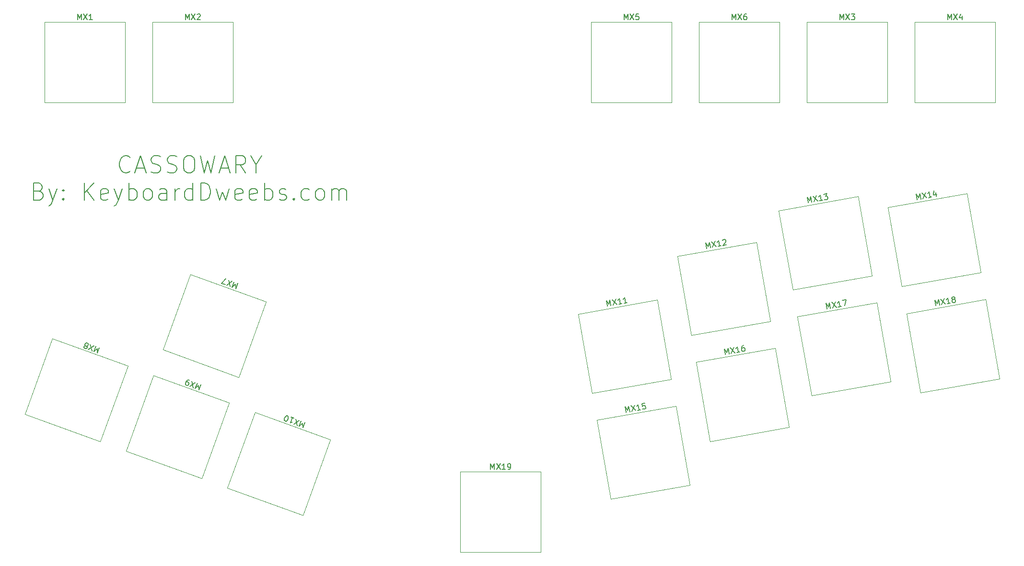
<source format=gbr>
%TF.GenerationSoftware,KiCad,Pcbnew,(6.0.4)*%
%TF.CreationDate,2022-07-04T15:55:19-04:00*%
%TF.ProjectId,cassowary,63617373-6f77-4617-9279-2e6b69636164,rev?*%
%TF.SameCoordinates,Original*%
%TF.FileFunction,Legend,Top*%
%TF.FilePolarity,Positive*%
%FSLAX46Y46*%
G04 Gerber Fmt 4.6, Leading zero omitted, Abs format (unit mm)*
G04 Created by KiCad (PCBNEW (6.0.4)) date 2022-07-04 15:55:19*
%MOMM*%
%LPD*%
G01*
G04 APERTURE LIST*
%ADD10C,0.150000*%
%ADD11C,0.120000*%
G04 APERTURE END LIST*
D10*
X88742571Y-77142428D02*
X88599714Y-77285285D01*
X88171142Y-77428142D01*
X87885428Y-77428142D01*
X87456857Y-77285285D01*
X87171142Y-76999571D01*
X87028285Y-76713857D01*
X86885428Y-76142428D01*
X86885428Y-75713857D01*
X87028285Y-75142428D01*
X87171142Y-74856714D01*
X87456857Y-74571000D01*
X87885428Y-74428142D01*
X88171142Y-74428142D01*
X88599714Y-74571000D01*
X88742571Y-74713857D01*
X89885428Y-76571000D02*
X91314000Y-76571000D01*
X89599714Y-77428142D02*
X90599714Y-74428142D01*
X91599714Y-77428142D01*
X92456857Y-77285285D02*
X92885428Y-77428142D01*
X93599714Y-77428142D01*
X93885428Y-77285285D01*
X94028285Y-77142428D01*
X94171142Y-76856714D01*
X94171142Y-76571000D01*
X94028285Y-76285285D01*
X93885428Y-76142428D01*
X93599714Y-75999571D01*
X93028285Y-75856714D01*
X92742571Y-75713857D01*
X92599714Y-75571000D01*
X92456857Y-75285285D01*
X92456857Y-74999571D01*
X92599714Y-74713857D01*
X92742571Y-74571000D01*
X93028285Y-74428142D01*
X93742571Y-74428142D01*
X94171142Y-74571000D01*
X95314000Y-77285285D02*
X95742571Y-77428142D01*
X96456857Y-77428142D01*
X96742571Y-77285285D01*
X96885428Y-77142428D01*
X97028285Y-76856714D01*
X97028285Y-76571000D01*
X96885428Y-76285285D01*
X96742571Y-76142428D01*
X96456857Y-75999571D01*
X95885428Y-75856714D01*
X95599714Y-75713857D01*
X95456857Y-75571000D01*
X95314000Y-75285285D01*
X95314000Y-74999571D01*
X95456857Y-74713857D01*
X95599714Y-74571000D01*
X95885428Y-74428142D01*
X96599714Y-74428142D01*
X97028285Y-74571000D01*
X98885428Y-74428142D02*
X99456857Y-74428142D01*
X99742571Y-74571000D01*
X100028285Y-74856714D01*
X100171142Y-75428142D01*
X100171142Y-76428142D01*
X100028285Y-76999571D01*
X99742571Y-77285285D01*
X99456857Y-77428142D01*
X98885428Y-77428142D01*
X98599714Y-77285285D01*
X98314000Y-76999571D01*
X98171142Y-76428142D01*
X98171142Y-75428142D01*
X98314000Y-74856714D01*
X98599714Y-74571000D01*
X98885428Y-74428142D01*
X101171142Y-74428142D02*
X101885428Y-77428142D01*
X102456857Y-75285285D01*
X103028285Y-77428142D01*
X103742571Y-74428142D01*
X104742571Y-76571000D02*
X106171142Y-76571000D01*
X104456857Y-77428142D02*
X105456857Y-74428142D01*
X106456857Y-77428142D01*
X109171142Y-77428142D02*
X108171142Y-75999571D01*
X107456857Y-77428142D02*
X107456857Y-74428142D01*
X108599714Y-74428142D01*
X108885428Y-74571000D01*
X109028285Y-74713857D01*
X109171142Y-74999571D01*
X109171142Y-75428142D01*
X109028285Y-75713857D01*
X108885428Y-75856714D01*
X108599714Y-75999571D01*
X107456857Y-75999571D01*
X111028285Y-75999571D02*
X111028285Y-77428142D01*
X110028285Y-74428142D02*
X111028285Y-75999571D01*
X112028285Y-74428142D01*
X72671142Y-80686714D02*
X73099714Y-80829571D01*
X73242571Y-80972428D01*
X73385428Y-81258142D01*
X73385428Y-81686714D01*
X73242571Y-81972428D01*
X73099714Y-82115285D01*
X72813999Y-82258142D01*
X71671142Y-82258142D01*
X71671142Y-79258142D01*
X72671142Y-79258142D01*
X72956857Y-79401000D01*
X73099714Y-79543857D01*
X73242571Y-79829571D01*
X73242571Y-80115285D01*
X73099714Y-80401000D01*
X72956857Y-80543857D01*
X72671142Y-80686714D01*
X71671142Y-80686714D01*
X74385428Y-80258142D02*
X75099714Y-82258142D01*
X75813999Y-80258142D02*
X75099714Y-82258142D01*
X74813999Y-82972428D01*
X74671142Y-83115285D01*
X74385428Y-83258142D01*
X76956857Y-81972428D02*
X77099714Y-82115285D01*
X76956857Y-82258142D01*
X76813999Y-82115285D01*
X76956857Y-81972428D01*
X76956857Y-82258142D01*
X76956857Y-80401000D02*
X77099714Y-80543857D01*
X76956857Y-80686714D01*
X76813999Y-80543857D01*
X76956857Y-80401000D01*
X76956857Y-80686714D01*
X80671142Y-82258142D02*
X80671142Y-79258142D01*
X82385428Y-82258142D02*
X81099714Y-80543857D01*
X82385428Y-79258142D02*
X80671142Y-80972428D01*
X84814000Y-82115285D02*
X84528285Y-82258142D01*
X83956857Y-82258142D01*
X83671142Y-82115285D01*
X83528285Y-81829571D01*
X83528285Y-80686714D01*
X83671142Y-80401000D01*
X83956857Y-80258142D01*
X84528285Y-80258142D01*
X84814000Y-80401000D01*
X84956857Y-80686714D01*
X84956857Y-80972428D01*
X83528285Y-81258142D01*
X85956857Y-80258142D02*
X86671142Y-82258142D01*
X87385428Y-80258142D02*
X86671142Y-82258142D01*
X86385428Y-82972428D01*
X86242571Y-83115285D01*
X85956857Y-83258142D01*
X88528285Y-82258142D02*
X88528285Y-79258142D01*
X88528285Y-80401000D02*
X88814000Y-80258142D01*
X89385428Y-80258142D01*
X89671142Y-80401000D01*
X89814000Y-80543857D01*
X89956857Y-80829571D01*
X89956857Y-81686714D01*
X89814000Y-81972428D01*
X89671142Y-82115285D01*
X89385428Y-82258142D01*
X88814000Y-82258142D01*
X88528285Y-82115285D01*
X91671142Y-82258142D02*
X91385428Y-82115285D01*
X91242571Y-81972428D01*
X91099714Y-81686714D01*
X91099714Y-80829571D01*
X91242571Y-80543857D01*
X91385428Y-80401000D01*
X91671142Y-80258142D01*
X92099714Y-80258142D01*
X92385428Y-80401000D01*
X92528285Y-80543857D01*
X92671142Y-80829571D01*
X92671142Y-81686714D01*
X92528285Y-81972428D01*
X92385428Y-82115285D01*
X92099714Y-82258142D01*
X91671142Y-82258142D01*
X95242571Y-82258142D02*
X95242571Y-80686714D01*
X95099714Y-80401000D01*
X94813999Y-80258142D01*
X94242571Y-80258142D01*
X93956857Y-80401000D01*
X95242571Y-82115285D02*
X94956857Y-82258142D01*
X94242571Y-82258142D01*
X93956857Y-82115285D01*
X93813999Y-81829571D01*
X93813999Y-81543857D01*
X93956857Y-81258142D01*
X94242571Y-81115285D01*
X94956857Y-81115285D01*
X95242571Y-80972428D01*
X96671142Y-82258142D02*
X96671142Y-80258142D01*
X96671142Y-80829571D02*
X96813999Y-80543857D01*
X96956857Y-80401000D01*
X97242571Y-80258142D01*
X97528285Y-80258142D01*
X99813999Y-82258142D02*
X99813999Y-79258142D01*
X99813999Y-82115285D02*
X99528285Y-82258142D01*
X98956857Y-82258142D01*
X98671142Y-82115285D01*
X98528285Y-81972428D01*
X98385428Y-81686714D01*
X98385428Y-80829571D01*
X98528285Y-80543857D01*
X98671142Y-80401000D01*
X98956857Y-80258142D01*
X99528285Y-80258142D01*
X99813999Y-80401000D01*
X101242571Y-82258142D02*
X101242571Y-79258142D01*
X101956857Y-79258142D01*
X102385428Y-79401000D01*
X102671142Y-79686714D01*
X102813999Y-79972428D01*
X102956857Y-80543857D01*
X102956857Y-80972428D01*
X102813999Y-81543857D01*
X102671142Y-81829571D01*
X102385428Y-82115285D01*
X101956857Y-82258142D01*
X101242571Y-82258142D01*
X103956857Y-80258142D02*
X104528285Y-82258142D01*
X105099714Y-80829571D01*
X105671142Y-82258142D01*
X106242571Y-80258142D01*
X108528285Y-82115285D02*
X108242571Y-82258142D01*
X107671142Y-82258142D01*
X107385428Y-82115285D01*
X107242571Y-81829571D01*
X107242571Y-80686714D01*
X107385428Y-80401000D01*
X107671142Y-80258142D01*
X108242571Y-80258142D01*
X108528285Y-80401000D01*
X108671142Y-80686714D01*
X108671142Y-80972428D01*
X107242571Y-81258142D01*
X111099714Y-82115285D02*
X110814000Y-82258142D01*
X110242571Y-82258142D01*
X109956857Y-82115285D01*
X109814000Y-81829571D01*
X109814000Y-80686714D01*
X109956857Y-80401000D01*
X110242571Y-80258142D01*
X110814000Y-80258142D01*
X111099714Y-80401000D01*
X111242571Y-80686714D01*
X111242571Y-80972428D01*
X109814000Y-81258142D01*
X112528285Y-82258142D02*
X112528285Y-79258142D01*
X112528285Y-80401000D02*
X112814000Y-80258142D01*
X113385428Y-80258142D01*
X113671142Y-80401000D01*
X113814000Y-80543857D01*
X113956857Y-80829571D01*
X113956857Y-81686714D01*
X113814000Y-81972428D01*
X113671142Y-82115285D01*
X113385428Y-82258142D01*
X112814000Y-82258142D01*
X112528285Y-82115285D01*
X115099714Y-82115285D02*
X115385428Y-82258142D01*
X115956857Y-82258142D01*
X116242571Y-82115285D01*
X116385428Y-81829571D01*
X116385428Y-81686714D01*
X116242571Y-81401000D01*
X115956857Y-81258142D01*
X115528285Y-81258142D01*
X115242571Y-81115285D01*
X115099714Y-80829571D01*
X115099714Y-80686714D01*
X115242571Y-80401000D01*
X115528285Y-80258142D01*
X115956857Y-80258142D01*
X116242571Y-80401000D01*
X117671142Y-81972428D02*
X117814000Y-82115285D01*
X117671142Y-82258142D01*
X117528285Y-82115285D01*
X117671142Y-81972428D01*
X117671142Y-82258142D01*
X120385428Y-82115285D02*
X120099714Y-82258142D01*
X119528285Y-82258142D01*
X119242571Y-82115285D01*
X119099714Y-81972428D01*
X118956857Y-81686714D01*
X118956857Y-80829571D01*
X119099714Y-80543857D01*
X119242571Y-80401000D01*
X119528285Y-80258142D01*
X120099714Y-80258142D01*
X120385428Y-80401000D01*
X122099714Y-82258142D02*
X121814000Y-82115285D01*
X121671142Y-81972428D01*
X121528285Y-81686714D01*
X121528285Y-80829571D01*
X121671142Y-80543857D01*
X121814000Y-80401000D01*
X122099714Y-80258142D01*
X122528285Y-80258142D01*
X122814000Y-80401000D01*
X122956857Y-80543857D01*
X123099714Y-80829571D01*
X123099714Y-81686714D01*
X122956857Y-81972428D01*
X122814000Y-82115285D01*
X122528285Y-82258142D01*
X122099714Y-82258142D01*
X124385428Y-82258142D02*
X124385428Y-80258142D01*
X124385428Y-80543857D02*
X124528285Y-80401000D01*
X124814000Y-80258142D01*
X125242571Y-80258142D01*
X125528285Y-80401000D01*
X125671142Y-80686714D01*
X125671142Y-82258142D01*
X125671142Y-80686714D02*
X125814000Y-80401000D01*
X126099714Y-80258142D01*
X126528285Y-80258142D01*
X126814000Y-80401000D01*
X126956857Y-80686714D01*
X126956857Y-82258142D01*
%TO.C,MX19*%
X152416095Y-129866380D02*
X152416095Y-128866380D01*
X152749428Y-129580666D01*
X153082761Y-128866380D01*
X153082761Y-129866380D01*
X153463714Y-128866380D02*
X154130380Y-129866380D01*
X154130380Y-128866380D02*
X153463714Y-129866380D01*
X155035142Y-129866380D02*
X154463714Y-129866380D01*
X154749428Y-129866380D02*
X154749428Y-128866380D01*
X154654190Y-129009238D01*
X154558952Y-129104476D01*
X154463714Y-129152095D01*
X155511333Y-129866380D02*
X155701809Y-129866380D01*
X155797047Y-129818761D01*
X155844666Y-129771142D01*
X155939904Y-129628285D01*
X155987523Y-129437809D01*
X155987523Y-129056857D01*
X155939904Y-128961619D01*
X155892285Y-128914000D01*
X155797047Y-128866380D01*
X155606571Y-128866380D01*
X155511333Y-128914000D01*
X155463714Y-128961619D01*
X155416095Y-129056857D01*
X155416095Y-129294952D01*
X155463714Y-129390190D01*
X155511333Y-129437809D01*
X155606571Y-129485428D01*
X155797047Y-129485428D01*
X155892285Y-129437809D01*
X155939904Y-129390190D01*
X155987523Y-129294952D01*
%TO.C,MX3*%
X214106285Y-50364380D02*
X214106285Y-49364380D01*
X214439619Y-50078666D01*
X214772952Y-49364380D01*
X214772952Y-50364380D01*
X215153904Y-49364380D02*
X215820571Y-50364380D01*
X215820571Y-49364380D02*
X215153904Y-50364380D01*
X216106285Y-49364380D02*
X216725333Y-49364380D01*
X216392000Y-49745333D01*
X216534857Y-49745333D01*
X216630095Y-49792952D01*
X216677714Y-49840571D01*
X216725333Y-49935809D01*
X216725333Y-50173904D01*
X216677714Y-50269142D01*
X216630095Y-50316761D01*
X216534857Y-50364380D01*
X216249142Y-50364380D01*
X216153904Y-50316761D01*
X216106285Y-50269142D01*
%TO.C,MX7*%
X107763688Y-96957528D02*
X107421668Y-97897220D01*
X107352737Y-97112005D01*
X106795206Y-97669207D01*
X107137226Y-96729514D01*
X106437228Y-97538913D02*
X106152786Y-96371207D01*
X105810766Y-97310900D02*
X106779248Y-96599221D01*
X105542283Y-97213180D02*
X104915821Y-96985167D01*
X105660567Y-96192054D01*
%TO.C,MX9*%
X101248204Y-114858672D02*
X100906184Y-115798364D01*
X100837253Y-115013149D01*
X100279722Y-115570351D01*
X100621742Y-114630658D01*
X99921744Y-115440057D02*
X99637302Y-114272351D01*
X99295282Y-115212044D02*
X100263764Y-114500365D01*
X99234577Y-114125771D02*
X99055588Y-114060625D01*
X98949807Y-114072799D01*
X98888773Y-114101259D01*
X98750418Y-114202928D01*
X98640524Y-114365630D01*
X98510231Y-114723608D01*
X98522405Y-114829389D01*
X98550865Y-114890423D01*
X98624073Y-114967744D01*
X98803062Y-115032891D01*
X98908844Y-115020717D01*
X98969878Y-114992256D01*
X99047198Y-114919048D01*
X99128632Y-114695312D01*
X99116458Y-114589531D01*
X99087997Y-114528497D01*
X99014789Y-114451176D01*
X98835800Y-114386029D01*
X98730019Y-114398203D01*
X98668985Y-114426664D01*
X98591664Y-114499872D01*
%TO.C,MX16*%
X193878121Y-109554547D02*
X193704473Y-108569740D01*
X194156777Y-109215291D01*
X194361011Y-108453974D01*
X194534660Y-109438782D01*
X194736176Y-108387822D02*
X195566363Y-109256865D01*
X195392715Y-108272057D02*
X194909825Y-109372630D01*
X196457380Y-109099754D02*
X195894632Y-109198982D01*
X196176006Y-109149368D02*
X196002358Y-108164560D01*
X195933373Y-108321785D01*
X195856120Y-108432114D01*
X195770598Y-108495548D01*
X197127852Y-107966105D02*
X196940270Y-107999181D01*
X196854748Y-108062615D01*
X196816121Y-108117779D01*
X196747137Y-108275004D01*
X196733317Y-108470855D01*
X196799469Y-108846020D01*
X196862902Y-108931543D01*
X196918067Y-108970169D01*
X197020127Y-109000527D01*
X197207709Y-108967451D01*
X197293232Y-108904018D01*
X197331858Y-108848853D01*
X197362216Y-108746793D01*
X197320871Y-108512315D01*
X197257438Y-108426793D01*
X197202273Y-108388166D01*
X197100213Y-108357808D01*
X196912630Y-108390884D01*
X196827108Y-108454318D01*
X196788481Y-108509482D01*
X196758124Y-108611542D01*
%TO.C,MX8*%
X83347060Y-108343188D02*
X83005040Y-109282880D01*
X82936109Y-108497665D01*
X82378578Y-109054867D01*
X82720598Y-108115174D01*
X82020600Y-108924573D02*
X81736158Y-107756867D01*
X81394138Y-108696560D02*
X82362620Y-107984881D01*
X81048498Y-108114681D02*
X81121706Y-108192002D01*
X81150167Y-108253036D01*
X81162341Y-108358817D01*
X81146054Y-108403564D01*
X81068734Y-108476772D01*
X81007700Y-108505233D01*
X80901918Y-108517407D01*
X80722929Y-108452260D01*
X80649721Y-108374939D01*
X80621261Y-108313905D01*
X80609087Y-108208124D01*
X80625374Y-108163377D01*
X80702694Y-108090169D01*
X80763728Y-108061708D01*
X80869509Y-108049535D01*
X81048498Y-108114681D01*
X81154280Y-108102507D01*
X81215314Y-108074047D01*
X81292634Y-108000839D01*
X81357781Y-107821850D01*
X81345607Y-107716069D01*
X81317146Y-107655035D01*
X81243939Y-107577714D01*
X81064949Y-107512567D01*
X80959168Y-107524741D01*
X80898134Y-107553202D01*
X80820814Y-107626410D01*
X80755667Y-107805399D01*
X80767841Y-107911180D01*
X80796302Y-107972214D01*
X80869509Y-108049535D01*
%TO.C,MX17*%
X211800682Y-101493867D02*
X211627034Y-100509060D01*
X212079338Y-101154611D01*
X212283572Y-100393294D01*
X212457221Y-101378102D01*
X212658737Y-100327142D02*
X213488924Y-101196185D01*
X213315276Y-100211377D02*
X212832386Y-101311950D01*
X214379941Y-101039074D02*
X213817193Y-101138302D01*
X214098567Y-101088688D02*
X213924919Y-100103880D01*
X213855934Y-100261105D01*
X213778681Y-100371434D01*
X213693159Y-100434868D01*
X214534562Y-99996384D02*
X215191100Y-99880619D01*
X214942688Y-100939847D01*
%TO.C,MX5*%
X176006285Y-50364380D02*
X176006285Y-49364380D01*
X176339619Y-50078666D01*
X176672952Y-49364380D01*
X176672952Y-50364380D01*
X177053904Y-49364380D02*
X177720571Y-50364380D01*
X177720571Y-49364380D02*
X177053904Y-50364380D01*
X178577714Y-49364380D02*
X178101523Y-49364380D01*
X178053904Y-49840571D01*
X178101523Y-49792952D01*
X178196761Y-49745333D01*
X178434857Y-49745333D01*
X178530095Y-49792952D01*
X178577714Y-49840571D01*
X178625333Y-49935809D01*
X178625333Y-50173904D01*
X178577714Y-50269142D01*
X178530095Y-50316761D01*
X178434857Y-50364380D01*
X178196761Y-50364380D01*
X178101523Y-50316761D01*
X178053904Y-50269142D01*
%TO.C,MX10*%
X119596822Y-121537022D02*
X119254802Y-122476715D01*
X119185871Y-121691499D01*
X118628340Y-122248702D01*
X118970360Y-121309009D01*
X118270362Y-122118408D02*
X117985920Y-120950702D01*
X117643900Y-121890395D02*
X118612382Y-121178716D01*
X117135722Y-120641255D02*
X117672689Y-120836695D01*
X117404206Y-120738975D02*
X117062186Y-121678668D01*
X117200540Y-121577000D01*
X117322608Y-121520078D01*
X117428389Y-121507904D01*
X116211987Y-121369221D02*
X116122493Y-121336648D01*
X116049285Y-121259327D01*
X116020824Y-121198293D01*
X116008651Y-121092512D01*
X116029050Y-120897236D01*
X116110483Y-120673500D01*
X116220377Y-120510798D01*
X116297698Y-120437590D01*
X116358732Y-120409129D01*
X116464513Y-120396955D01*
X116554008Y-120429529D01*
X116627215Y-120506849D01*
X116655676Y-120567883D01*
X116667850Y-120673664D01*
X116647451Y-120868940D01*
X116566017Y-121092676D01*
X116456123Y-121255379D01*
X116378803Y-121328587D01*
X116317769Y-121357047D01*
X116211987Y-121369221D01*
%TO.C,MX14*%
X227738445Y-82176834D02*
X227564797Y-81192027D01*
X228017101Y-81837578D01*
X228221335Y-81076261D01*
X228394984Y-82061069D01*
X228596500Y-81010109D02*
X229426687Y-81879152D01*
X229253039Y-80894344D02*
X228770149Y-81994917D01*
X230317704Y-81722041D02*
X229754956Y-81821269D01*
X230036330Y-81771655D02*
X229862682Y-80786847D01*
X229793697Y-80944072D01*
X229716444Y-81054401D01*
X229630922Y-81117835D01*
X231046059Y-80916662D02*
X231161824Y-81573200D01*
X230745429Y-80582842D02*
X230634986Y-81327621D01*
X231244629Y-81220124D01*
%TO.C,MX15*%
X176336264Y-119774316D02*
X176162616Y-118789509D01*
X176614920Y-119435060D01*
X176819154Y-118673743D01*
X176992803Y-119658551D01*
X177194319Y-118607591D02*
X178024506Y-119476634D01*
X177850858Y-118491826D02*
X177367968Y-119592399D01*
X178915523Y-119319523D02*
X178352775Y-119418751D01*
X178634149Y-119369137D02*
X178460501Y-118384329D01*
X178391516Y-118541554D01*
X178314263Y-118651883D01*
X178228741Y-118715317D01*
X179632891Y-118177605D02*
X179163935Y-118260295D01*
X179199729Y-118737520D01*
X179238355Y-118682356D01*
X179323878Y-118618922D01*
X179558356Y-118577577D01*
X179660416Y-118607935D01*
X179715581Y-118646562D01*
X179779014Y-118732084D01*
X179820359Y-118966562D01*
X179790001Y-119068622D01*
X179751375Y-119123787D01*
X179665852Y-119187220D01*
X179431374Y-119228565D01*
X179329314Y-119198207D01*
X179274149Y-119159581D01*
%TO.C,MX4*%
X233156285Y-50364380D02*
X233156285Y-49364380D01*
X233489619Y-50078666D01*
X233822952Y-49364380D01*
X233822952Y-50364380D01*
X234203904Y-49364380D02*
X234870571Y-50364380D01*
X234870571Y-49364380D02*
X234203904Y-50364380D01*
X235680095Y-49697714D02*
X235680095Y-50364380D01*
X235442000Y-49316761D02*
X235203904Y-50031047D01*
X235822952Y-50031047D01*
%TO.C,MX12*%
X190570123Y-90793959D02*
X190396475Y-89809152D01*
X190848779Y-90454703D01*
X191053013Y-89693386D01*
X191226662Y-90678194D01*
X191428178Y-89627234D02*
X192258365Y-90496277D01*
X192084717Y-89511469D02*
X191601827Y-90612042D01*
X193149382Y-90339166D02*
X192586634Y-90438394D01*
X192868008Y-90388780D02*
X192694360Y-89403972D01*
X192625375Y-89561197D01*
X192548122Y-89671526D01*
X192462600Y-89734960D01*
X193367436Y-89381998D02*
X193406063Y-89326834D01*
X193491585Y-89263400D01*
X193726063Y-89222055D01*
X193828123Y-89252413D01*
X193883288Y-89291040D01*
X193946721Y-89376562D01*
X193963259Y-89470353D01*
X193941171Y-89619309D01*
X193477651Y-90281284D01*
X194087294Y-90173787D01*
%TO.C,MX6*%
X195056285Y-50364380D02*
X195056285Y-49364380D01*
X195389619Y-50078666D01*
X195722952Y-49364380D01*
X195722952Y-50364380D01*
X196103904Y-49364380D02*
X196770571Y-50364380D01*
X196770571Y-49364380D02*
X196103904Y-50364380D01*
X197580095Y-49364380D02*
X197389619Y-49364380D01*
X197294380Y-49412000D01*
X197246761Y-49459619D01*
X197151523Y-49602476D01*
X197103904Y-49792952D01*
X197103904Y-50173904D01*
X197151523Y-50269142D01*
X197199142Y-50316761D01*
X197294380Y-50364380D01*
X197484857Y-50364380D01*
X197580095Y-50316761D01*
X197627714Y-50269142D01*
X197675333Y-50173904D01*
X197675333Y-49935809D01*
X197627714Y-49840571D01*
X197580095Y-49792952D01*
X197484857Y-49745333D01*
X197294380Y-49745333D01*
X197199142Y-49792952D01*
X197151523Y-49840571D01*
X197103904Y-49935809D01*
%TO.C,MX2*%
X98536285Y-50364380D02*
X98536285Y-49364380D01*
X98869619Y-50078666D01*
X99202952Y-49364380D01*
X99202952Y-50364380D01*
X99583904Y-49364380D02*
X100250571Y-50364380D01*
X100250571Y-49364380D02*
X99583904Y-50364380D01*
X100583904Y-49459619D02*
X100631523Y-49412000D01*
X100726761Y-49364380D01*
X100964857Y-49364380D01*
X101060095Y-49412000D01*
X101107714Y-49459619D01*
X101155333Y-49554857D01*
X101155333Y-49650095D01*
X101107714Y-49792952D01*
X100536285Y-50364380D01*
X101155333Y-50364380D01*
%TO.C,MX1*%
X79486285Y-50364380D02*
X79486285Y-49364380D01*
X79819619Y-50078666D01*
X80152952Y-49364380D01*
X80152952Y-50364380D01*
X80533904Y-49364380D02*
X81200571Y-50364380D01*
X81200571Y-49364380D02*
X80533904Y-50364380D01*
X82105333Y-50364380D02*
X81533904Y-50364380D01*
X81819619Y-50364380D02*
X81819619Y-49364380D01*
X81724380Y-49507238D01*
X81629142Y-49602476D01*
X81533904Y-49650095D01*
%TO.C,MX13*%
X208492684Y-82733279D02*
X208319036Y-81748472D01*
X208771340Y-82394023D01*
X208975574Y-81632706D01*
X209149223Y-82617514D01*
X209350739Y-81566554D02*
X210180926Y-82435597D01*
X210007278Y-81450789D02*
X209524388Y-82551362D01*
X211071943Y-82278486D02*
X210509195Y-82377714D01*
X210790569Y-82328100D02*
X210616921Y-81343292D01*
X210547936Y-81500517D01*
X210470683Y-81610846D01*
X210385161Y-81674280D01*
X211226564Y-81235796D02*
X211836207Y-81128300D01*
X211574089Y-81561347D01*
X211714776Y-81536540D01*
X211816836Y-81566898D01*
X211872001Y-81605525D01*
X211935434Y-81691047D01*
X211976779Y-81925525D01*
X211946421Y-82027585D01*
X211907795Y-82082750D01*
X211822272Y-82146183D01*
X211540899Y-82195797D01*
X211438838Y-82165439D01*
X211383674Y-82126813D01*
%TO.C,MX11*%
X173028267Y-101013728D02*
X172854619Y-100028921D01*
X173306923Y-100674472D01*
X173511157Y-99913155D01*
X173684806Y-100897963D01*
X173886322Y-99847003D02*
X174716509Y-100716046D01*
X174542861Y-99731238D02*
X174059971Y-100831811D01*
X175607526Y-100558935D02*
X175044778Y-100658163D01*
X175326152Y-100608549D02*
X175152504Y-99623741D01*
X175083519Y-99780966D01*
X175006266Y-99891295D01*
X174920744Y-99954729D01*
X176545438Y-100393556D02*
X175982690Y-100492784D01*
X176264064Y-100443170D02*
X176090416Y-99458362D01*
X176021432Y-99615587D01*
X175944178Y-99725916D01*
X175858656Y-99789350D01*
%TO.C,MX18*%
X231046443Y-100937423D02*
X230872795Y-99952616D01*
X231325099Y-100598167D01*
X231529333Y-99836850D01*
X231702982Y-100821658D01*
X231904498Y-99770698D02*
X232734685Y-100639741D01*
X232561037Y-99654933D02*
X232078147Y-100755506D01*
X233625702Y-100482630D02*
X233062954Y-100581858D01*
X233344328Y-100532244D02*
X233170680Y-99547436D01*
X233101695Y-99704661D01*
X233024442Y-99814990D01*
X232938920Y-99878424D01*
X234089221Y-99820656D02*
X233987161Y-99790298D01*
X233931997Y-99751671D01*
X233868563Y-99666149D01*
X233860294Y-99619253D01*
X233890652Y-99517193D01*
X233929278Y-99462029D01*
X234014801Y-99398595D01*
X234202383Y-99365519D01*
X234304443Y-99395877D01*
X234359608Y-99434504D01*
X234423041Y-99520026D01*
X234431310Y-99566922D01*
X234400953Y-99668982D01*
X234362326Y-99724146D01*
X234276804Y-99787580D01*
X234089221Y-99820656D01*
X234003699Y-99884089D01*
X233965072Y-99939254D01*
X233934715Y-100041314D01*
X233967791Y-100228896D01*
X234031224Y-100314419D01*
X234086389Y-100353045D01*
X234188449Y-100383403D01*
X234376031Y-100350327D01*
X234461554Y-100286894D01*
X234500180Y-100231729D01*
X234530538Y-100129669D01*
X234497462Y-99942086D01*
X234434028Y-99856564D01*
X234378864Y-99817937D01*
X234276804Y-99787580D01*
D11*
%TO.C,MX19*%
X147078000Y-130314000D02*
X147078000Y-144514000D01*
X147078000Y-144514000D02*
X161278000Y-144514000D01*
X161278000Y-144514000D02*
X161278000Y-130314000D01*
X161278000Y-130314000D02*
X147078000Y-130314000D01*
%TO.C,MX3*%
X222492000Y-65012000D02*
X222492000Y-50812000D01*
X222492000Y-50812000D02*
X208292000Y-50812000D01*
X208292000Y-65012000D02*
X222492000Y-65012000D01*
X208292000Y-50812000D02*
X208292000Y-65012000D01*
%TO.C,MX7*%
X112764789Y-100216953D02*
X99421153Y-95360267D01*
X94564467Y-108703903D02*
X107908103Y-113560589D01*
X107908103Y-113560589D02*
X112764789Y-100216953D01*
X99421153Y-95360267D02*
X94564467Y-108703903D01*
%TO.C,MX9*%
X88048983Y-126605047D02*
X101392619Y-131461733D01*
X92905669Y-113261411D02*
X88048983Y-126605047D01*
X101392619Y-131461733D02*
X106249305Y-118118097D01*
X106249305Y-118118097D02*
X92905669Y-113261411D01*
%TO.C,MX16*%
X191164656Y-124906587D02*
X205148926Y-122440783D01*
X205148926Y-122440783D02*
X202683122Y-108456513D01*
X202683122Y-108456513D02*
X188698852Y-110922317D01*
X188698852Y-110922317D02*
X191164656Y-124906587D01*
%TO.C,MX8*%
X75004525Y-106745927D02*
X70147839Y-120089563D01*
X88348161Y-111602613D02*
X75004525Y-106745927D01*
X70147839Y-120089563D02*
X83491475Y-124946249D01*
X83491475Y-124946249D02*
X88348161Y-111602613D01*
%TO.C,MX17*%
X206621413Y-102861637D02*
X209087217Y-116845907D01*
X223071487Y-114380103D02*
X220605683Y-100395833D01*
X209087217Y-116845907D02*
X223071487Y-114380103D01*
X220605683Y-100395833D02*
X206621413Y-102861637D01*
%TO.C,MX5*%
X170192000Y-65012000D02*
X184392000Y-65012000D01*
X170192000Y-50812000D02*
X170192000Y-65012000D01*
X184392000Y-65012000D02*
X184392000Y-50812000D01*
X184392000Y-50812000D02*
X170192000Y-50812000D01*
%TO.C,MX10*%
X110806814Y-119776895D02*
X105950128Y-133120531D01*
X119293764Y-137977217D02*
X124150450Y-124633581D01*
X105950128Y-133120531D02*
X119293764Y-137977217D01*
X124150450Y-124633581D02*
X110806814Y-119776895D01*
%TO.C,MX14*%
X239009250Y-95063070D02*
X236543446Y-81078800D01*
X222559176Y-83544604D02*
X225024980Y-97528874D01*
X225024980Y-97528874D02*
X239009250Y-95063070D01*
X236543446Y-81078800D02*
X222559176Y-83544604D01*
%TO.C,MX15*%
X173622799Y-135126356D02*
X187607069Y-132660552D01*
X171156995Y-121142086D02*
X173622799Y-135126356D01*
X185141265Y-118676282D02*
X171156995Y-121142086D01*
X187607069Y-132660552D02*
X185141265Y-118676282D01*
%TO.C,MX4*%
X227342000Y-50812000D02*
X227342000Y-65012000D01*
X227342000Y-65012000D02*
X241542000Y-65012000D01*
X241542000Y-65012000D02*
X241542000Y-50812000D01*
X241542000Y-50812000D02*
X227342000Y-50812000D01*
%TO.C,MX12*%
X199375124Y-89695925D02*
X185390854Y-92161729D01*
X201840928Y-103680195D02*
X199375124Y-89695925D01*
X187856658Y-106145999D02*
X201840928Y-103680195D01*
X185390854Y-92161729D02*
X187856658Y-106145999D01*
%TO.C,MX6*%
X203442000Y-65012000D02*
X203442000Y-50812000D01*
X189242000Y-50812000D02*
X189242000Y-65012000D01*
X189242000Y-65012000D02*
X203442000Y-65012000D01*
X203442000Y-50812000D02*
X189242000Y-50812000D01*
%TO.C,MX2*%
X92722000Y-50812000D02*
X92722000Y-65012000D01*
X106922000Y-65012000D02*
X106922000Y-50812000D01*
X106922000Y-50812000D02*
X92722000Y-50812000D01*
X92722000Y-65012000D02*
X106922000Y-65012000D01*
%TO.C,MX1*%
X87872000Y-65012000D02*
X87872000Y-50812000D01*
X73672000Y-65012000D02*
X87872000Y-65012000D01*
X87872000Y-50812000D02*
X73672000Y-50812000D01*
X73672000Y-50812000D02*
X73672000Y-65012000D01*
%TO.C,MX13*%
X217297685Y-81635245D02*
X203313415Y-84101049D01*
X205779219Y-98085319D02*
X219763489Y-95619515D01*
X203313415Y-84101049D02*
X205779219Y-98085319D01*
X219763489Y-95619515D02*
X217297685Y-81635245D01*
%TO.C,MX11*%
X170314802Y-116365768D02*
X184299072Y-113899964D01*
X184299072Y-113899964D02*
X181833268Y-99915694D01*
X181833268Y-99915694D02*
X167848998Y-102381498D01*
X167848998Y-102381498D02*
X170314802Y-116365768D01*
%TO.C,MX18*%
X239851444Y-99839389D02*
X225867174Y-102305193D01*
X242317248Y-113823659D02*
X239851444Y-99839389D01*
X228332978Y-116289463D02*
X242317248Y-113823659D01*
X225867174Y-102305193D02*
X228332978Y-116289463D01*
%TD*%
M02*

</source>
